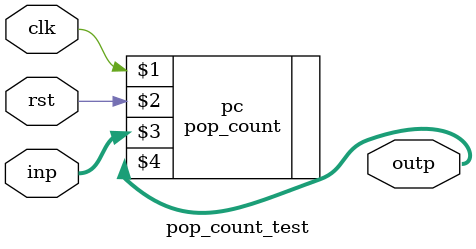
<source format=v>
/*  Concrete parameterizations of population count for testing.
 * 
 *  Copyright (c) 2016, Stephen Longfield, stephenlongfield.com
 * 
 *  This program is free software: you can redistribute it and/or modify
 *  it under the terms of the GNU General Public License as published by
 *  the Free Software Foundation, either version 3 of the License, or
 *  (at your option) any later version.
 *
 *  This program is distributed in the hope that it will be useful,
 *  but WITHOUT ANY WARRANTY; without even the implied warranty of
 *  MERCHANTABILITY or FITNESS FOR A PARTICULAR PURPOSE.  See the
 *  GNU General Public License for more details.
 *
 *  You should have received a copy of the GNU General Public License
 *  along with this program.  If not, see <http://www.gnu.org/licenses/>.
 *
 */

`include "pop_count.v"

module pop_count_test(
  input clk,
  input rst,
  input wire  [31:0] inp,
  output wire [31:0] outp
);

  pop_count#(.WIDTH(32)) pc(clk, rst, inp, outp);

endmodule

</source>
